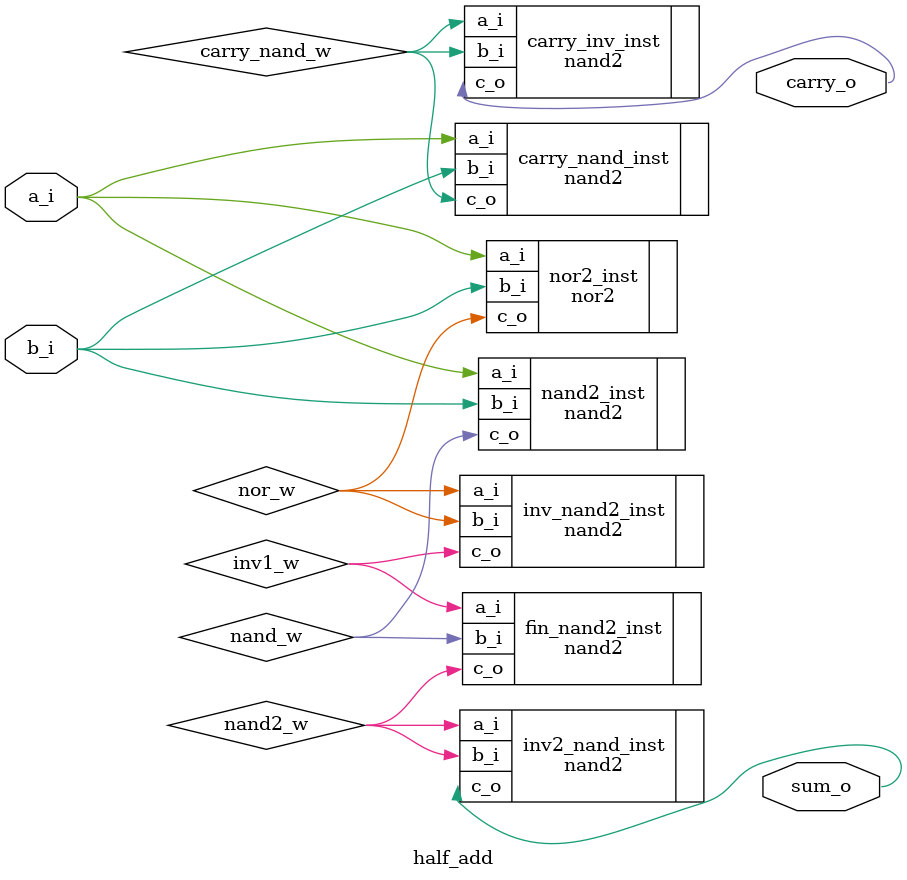
<source format=sv>
module half_add
  (input [0:0] a_i
  ,input [0:0] b_i
  ,output [0:0] carry_o
  ,output [0:0] sum_o);

  wire [0:0] carry_nand_w;
  wire [0:0] nand_w;
  wire [0:0] nand2_w;
  wire [0:0] nor_w;
  wire [0:0] inv1_w;

  //First NAND
  nand2
   #()
  nand2_inst
   (.a_i(a_i)
   ,.b_i(b_i)
   ,.c_o(nand_w)
   );
  //First NAND

  //NOR for OR, to be sent to inverter 1
  nor2
   #()
  nor2_inst
   (.a_i(a_i)
   ,.b_i(b_i)
   ,.c_o(nor_w)
   );
  //NOR for OR, to be sent to inverter 1

  // Inverter 1
   nand2
    #()
   inv_nand2_inst
    (.a_i(nor_w)
    ,.b_i(nor_w)
    ,.c_o(inv1_w)
    );
  // Inverter 1

  //NAND for final AND, to be sent to inverter 2
   nand2
    #()
   fin_nand2_inst
    (.a_i(inv1_w)
    ,.b_i(nand_w)
    ,.c_o(nand2_w)
    );
  //NAND for final AND, to be sent to inverter 2
   
   //Inverter to be sent to c_o 
   nand2
    #()
   inv2_nand_inst
    (.a_i(nand2_w)
    ,.b_i(nand2_w)
    ,.c_o(sum_o)
    );

  

  nand2
   #()
  carry_nand_inst
   (.a_i(a_i)
   ,.b_i(b_i)
   ,.c_o(carry_nand_w)
   );

  nand2
   #()
  carry_inv_inst
   (.a_i(carry_nand_w)
   ,.b_i(carry_nand_w)
   ,.c_o(carry_o)
   );

endmodule

</source>
